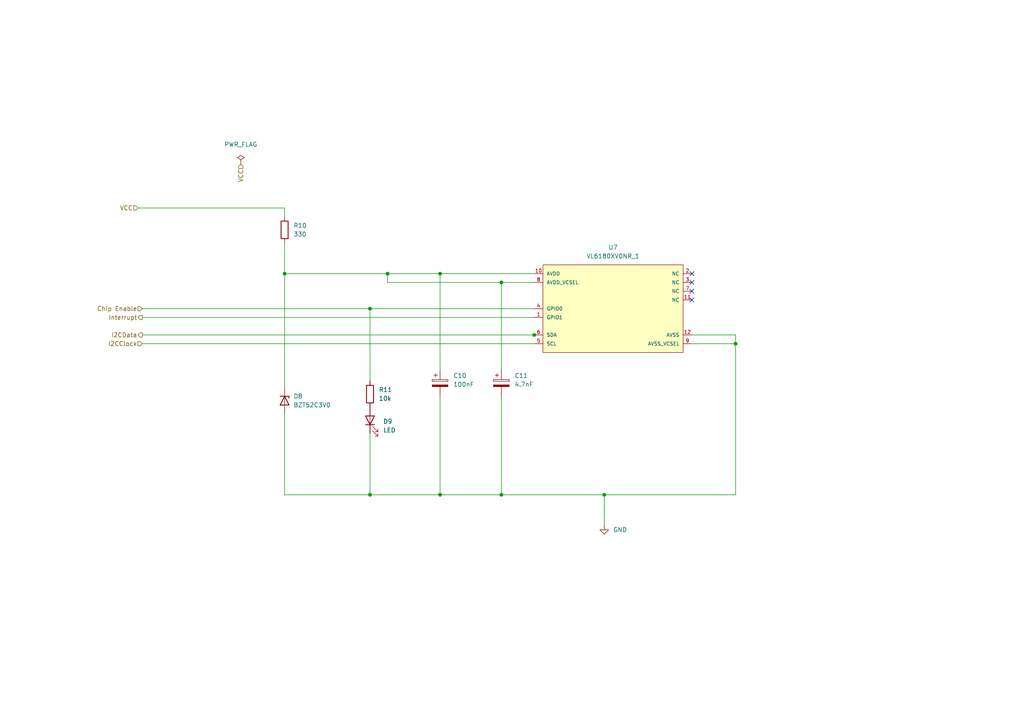
<source format=kicad_sch>
(kicad_sch (version 20211123) (generator eeschema)
  (paper "A4")
  (title_block (title "Proximity Sensor") (date "2022-03-09") (rev "v1.0") (company "University of Cape Town") (comment 4 "Author: Kelvin Yankey"))
  (lib_symbols
    (symbol "Device:C_Polarized" (pin_numbers hide) (pin_names (offset 0.254))
      (property "Reference" "C" (at 0.635 2.54 0))
      (property "Value" "C_Polarized" (at 0.635 -2.54 0))
      (symbol "C_Polarized_0_1"
        (rectangle (start -2.286 0.508) (end 2.286 1.016))
        (polyline (pts (xy -1.778 2.286) (xy -0.762 2.286)))
        (polyline (pts (xy -1.27 2.794) (xy -1.27 1.778)))
        (rectangle (start 2.286 -0.508) (end -2.286 -1.016) (fill (type outline)))
      )
      (symbol "C_Polarized_1_1"
        (pin passive line (at 0 3.81 270) (length 2.794) (name "~") (number "1"))
        (pin passive line (at 0 -3.81 90) (length 2.794) (name "~") (number "2"))
      )
    )
    (symbol "Device:LED" (pin_numbers hide) (pin_names (offset 1.016) hide)
      (property "Reference" "D" (at 0 2.54 0))
      (property "Value" "LED" (at 0 -2.54 0))
      (symbol "LED_0_1"
        (polyline (pts (xy -1.27 -1.27) (xy -1.27 1.27)) (stroke (width 0.254)))
        (polyline (pts (xy -1.27 0) (xy 1.27 0)))
        (polyline (pts (xy 1.27 -1.27) (xy 1.27 1.27) (xy -1.27 0) (xy 1.27 -1.27)) (stroke (width 0.254)))
        (polyline (pts (xy -3.048 -0.762) (xy -4.572 -2.286) (xy -3.81 -2.286) (xy -4.572 -2.286) (xy -4.572 -1.524)))
        (polyline (pts (xy -1.778 -0.762) (xy -3.302 -2.286) (xy -2.54 -2.286) (xy -3.302 -2.286) (xy -3.302 -1.524)))
      )
      (symbol "LED_1_1"
        (pin passive line (at -3.81 0 0) (length 2.54) (name "K") (number "1"))
        (pin passive line (at 3.81 0 180) (length 2.54) (name "A") (number "2"))
      )
    )
    (symbol "Device:R" (pin_numbers hide) (pin_names (offset 0))
      (property "Reference" "R" (at 2.032 0 90))
      (property "Value" "R" (at 0 0 90))
      (symbol "R_0_1"
        (rectangle (start -1.016 -2.54) (end 1.016 2.54) (stroke (width 0.254)))
      )
      (symbol "R_1_1"
        (pin passive line (at 0 3.81 270) (length 1.27) (name "~") (number "1"))
        (pin passive line (at 0 -3.81 90) (length 1.27) (name "~") (number "2"))
      )
    )
    (symbol "Diode:BZT52Bxx" (pin_numbers hide) (pin_names (offset 1.016) hide)
      (property "Reference" "D" (at 0 2.54 0))
      (property "Value" "BZT52Bxx" (at 0 -2.54 0))
      (symbol "BZT52Bxx_0_1"
        (polyline (pts (xy 1.27 0) (xy -1.27 0)))
        (polyline (pts (xy -1.27 -1.27) (xy -1.27 1.27) (xy -0.762 1.27)) (stroke (width 0.254)))
        (polyline (pts (xy 1.27 -1.27) (xy 1.27 1.27) (xy -1.27 0) (xy 1.27 -1.27)) (stroke (width 0.254)))
      )
      (symbol "BZT52Bxx_1_1"
        (pin passive line (at -3.81 0 0) (length 2.54) (name "K") (number "1"))
        (pin passive line (at 3.81 0 180) (length 2.54) (name "A") (number "2"))
      )
    )
    (symbol "Symbol_EEE3088F:VL6180XV0NR_1" (pin_names (offset 1.016))
      (property "Reference" "U" (at 0 5.08 0))
      (property "Value" "VL6180XV0NR_1" (at 0 7.62 0))
      (symbol "VL6180XV0NR_1_1_1"
        (rectangle (start 5.08 2.54) (end 45.72 -22.86) (fill (type background)))
        (pin bidirectional line (at 2.54 -12.7 0) (length 2.54) (name "GPIO1") (number "1"))
        (pin power_in line (at 2.54 0 0) (length 2.54) (name "AVDD") (number "10"))
        (pin passive line (at 48.26 -7.62 180) (length 2.54) (name "NC") (number "11"))
        (pin power_in line (at 48.26 -17.78 180) (length 2.54) (name "AVSS") (number "12"))
        (pin passive line (at 48.26 0 180) (length 2.54) (name "NC") (number "2"))
        (pin passive line (at 48.26 -2.54 180) (length 2.54) (name "NC") (number "3"))
        (pin bidirectional line (at 2.54 -10.16 0) (length 2.54) (name "GPIO0") (number "4"))
        (pin input line (at 2.54 -20.32 0) (length 2.54) (name "SCL") (number "5"))
        (pin bidirectional line (at 2.54 -17.78 0) (length 2.54) (name "SDA") (number "6"))
        (pin passive line (at 48.26 -5.08 180) (length 2.54) (name "NC") (number "7"))
        (pin power_in line (at 2.54 -2.54 0) (length 2.54) (name "AVDD_VCSEL") (number "8"))
        (pin power_in line (at 48.26 -20.32 180) (length 2.54) (name "AVSS_VCSEL") (number "9"))
      )
    )
    (symbol "power:GND" (power) (pin_names (offset 0))
      (property "Value" "GND" (at 0 -3.81 0))
      (symbol "GND_0_1"
        (polyline (pts (xy 0 0) (xy 0 -1.27) (xy 1.27 -1.27) (xy 0 -2.54) (xy -1.27 -1.27) (xy 0 -1.27)))
      )
      (symbol "GND_1_1"
        (pin power_in line (at 0 0 270) (length 0) hide (name "GND") (number "1"))
      )
    )
    (symbol "power:PWR_FLAG" (power) (pin_numbers hide) (pin_names (offset 0) hide)
      (property "Value" "PWR_FLAG" (at 0 3.81 0))
      (symbol "PWR_FLAG_0_0"
        (pin power_out line (at 0 0 90) (length 0) (name "pwr") (number "1"))
      )
      (symbol "PWR_FLAG_0_1"
        (polyline (pts (xy 0 0) (xy 0 1.27) (xy -1.016 1.905) (xy 0 2.54) (xy 1.016 1.905) (xy 0 1.27)))
      )
    )
  )
  (junction (at 145.415 81.915))
  (junction (at 213.36 99.695))
  (junction (at 175.26 143.51))
  (junction (at 107.315 89.535))
  (junction (at 107.315 143.51))
  (junction (at 82.55 79.375))
  (junction (at 154.94 97.155))
  (junction (at 145.415 143.51))
  (junction (at 127.635 143.51))
  (junction (at 127.635 79.375))
  (junction (at 112.395 79.375))
  (no_connect (at 200.66 84.455))
  (no_connect (at 200.66 79.375))
  (no_connect (at 200.66 81.915))
  (no_connect (at 200.66 86.995))
  (wire (pts (xy 107.315 89.535) (xy 107.315 110.49)))
  (wire (pts (xy 213.36 99.695) (xy 213.36 97.155)))
  (wire (pts (xy 145.415 114.935) (xy 145.415 143.51)))
  (wire (pts (xy 213.36 99.695) (xy 200.66 99.695)))
  (wire (pts (xy 145.415 81.915) (xy 154.94 81.915)))
  (wire (pts (xy 127.635 114.935) (xy 127.635 143.51)))
  (wire (pts (xy 82.55 79.375) (xy 112.395 79.375)))
  (wire (pts (xy 107.315 125.73) (xy 107.315 143.51)))
  (wire (pts (xy 154.94 97.155) (xy 41.275 97.155)))
  (wire (pts (xy 107.315 89.535) (xy 41.275 89.535)))
  (wire (pts (xy 175.26 152.4) (xy 175.26 143.51)))
  (wire (pts (xy 82.55 60.325) (xy 82.55 62.865)))
  (wire (pts (xy 145.415 81.915) (xy 145.415 107.315)))
  (wire (pts (xy 40.005 60.325) (xy 82.55 60.325)))
  (wire (pts (xy 82.55 143.51) (xy 107.315 143.51)))
  (wire (pts (xy 107.315 143.51) (xy 127.635 143.51)))
  (wire (pts (xy 82.55 79.375) (xy 82.55 70.485)))
  (wire (pts (xy 154.94 92.075) (xy 41.275 92.075)))
  (wire (pts (xy 112.395 79.375) (xy 127.635 79.375)))
  (wire (pts (xy 145.415 143.51) (xy 127.635 143.51)))
  (wire (pts (xy 175.26 143.51) (xy 145.415 143.51)))
  (wire (pts (xy 175.26 143.51) (xy 213.36 143.51)))
  (wire (pts (xy 82.55 79.375) (xy 82.55 112.395)))
  (wire (pts (xy 127.635 79.375) (xy 154.94 79.375)))
  (wire (pts (xy 41.275 99.695) (xy 154.94 99.695)))
  (wire (pts (xy 112.395 79.375) (xy 112.395 81.915)))
  (wire (pts (xy 213.36 143.51) (xy 213.36 99.695)))
  (wire (pts (xy 112.395 81.915) (xy 145.415 81.915)))
  (wire (pts (xy 154.94 89.535) (xy 107.315 89.535)))
  (wire (pts (xy 127.635 107.315) (xy 127.635 79.375)))
  (wire (pts (xy 82.55 143.51) (xy 82.55 120.015)))
  (wire (pts (xy 155.575 97.155) (xy 154.94 97.155)))
  (wire (pts (xy 213.36 97.155) (xy 200.66 97.155)))
  (hierarchical_label "Chip Enable" (shape input) (at 41.275 89.535 180))
  (hierarchical_label "I2CClock" (shape input) (at 41.275 99.695 180))
  (hierarchical_label "Interrupt" (shape output) (at 41.275 92.075 180))
  (hierarchical_label "VCC" (shape input) (at 69.85 47.625 270))
  (hierarchical_label "I2CData" (shape output) (at 41.275 97.155 180))
  (hierarchical_label "VCC" (shape input) (at 40.005 60.325 180))
  (symbol (lib_id "Device:C_Polarized") (at 145.415 111.125 0) (unit 1)
    (property "Reference" "C11" (at 149.225 108.9659 0) (effects (justify left)))
    (property "Value" "4.7nF" (at 149.225 111.5059 0) (effects (justify left)))
    (property "Footprint" "Capacitor_SMD:C_0402_1005Metric" (effects hide))
    (property "Datasheet" "https://datasheet.lcsc.com/lcsc/1811031110_FH-Guangdong-Fenghua-Advanced-Tech-0402B472K500NT_C1538.pdf" (effects hide))
    (property "JLCPart" " C1538" (effects hide))
    (property "JLC Part #" " C1538" (effects hide))
    (property "Price" "0.0011" (effects hide))
  )
  (symbol (lib_id "power:GND") (at 175.26 152.4 0) (unit 1)
    (property "Reference" "#PWR034" (effects hide))
    (property "Value" "GND" (at 177.8 153.6699 0) (effects (justify left)))
  )
  (symbol (lib_id "Device:LED") (at 107.315 121.92 90) (unit 1)
    (property "Reference" "D9" (at 111.125 122.2374 90) (effects (justify right)))
    (property "Value" "LED" (at 111.125 124.7774 90) (effects (justify right)))
    (property "Footprint" "LED_SMD:LED_0603_1608Metric" (effects hide))
    (property "JLCPart" "C2286" (effects hide))
    (property "JLC Part #" "C2286" (effects hide))
    (property "Price" "0.0032" (effects hide))
  )
  (symbol (lib_id "Diode:BZT52Bxx") (at 82.55 116.205 270) (unit 1)
    (property "Reference" "D8" (at 85.09 114.9349 90) (effects (justify left)))
    (property "Value" "BZT52C3V0" (at 85.09 117.4749 90) (effects (justify left)))
    (property "Footprint" "Diode_SMD:D_SOD-123" (effects hide))
    (property "Datasheet" "https://diotec.com/tl_files/diotec/files/pdf/datasheets/bzt52b2v4.pdf" (effects hide))
    (property "JLCPartNumber" " C266562" (effects hide))
    (property "JLC Part #" " C266562" (effects hide))
    (property "Price" "0.0136" (effects hide))
  )
  (symbol (lib_id "Device:R") (at 107.315 114.3 0) (unit 1)
    (property "Reference" "R11" (at 109.855 113.0299 0) (effects (justify left)))
    (property "Value" "10k" (at 109.855 115.5699 0) (effects (justify left)))
    (property "Footprint" "Resistor_SMD:R_0402_1005Metric" (effects hide))
    (property "Datasheet" "https://datasheet.lcsc.com/lcsc/2110260030_UNI-ROYAL-Uniroyal-Elec-0402WGF1002TCE_C25744.pdf" (effects hide))
    (property "JLCPart" " C25744 " (effects hide))
    (property "Description" "±1% 1/16W Thick Film Resistors 50V ±100ppm/℃ -55℃~+155℃ 10kΩ 0402 Chip Resistor - Surface Mount ROHS" (effects hide))
    (property "JLC Part #" "C25744" (effects hide))
    (property "Price" "0.0007" (effects hide))
  )
  (symbol (lib_id "Device:R") (at 82.55 66.675 0) (unit 1)
    (property "Reference" "R10" (at 85.09 65.4049 0) (effects (justify left)))
    (property "Value" "330" (at 85.09 67.9449 0) (effects (justify left)))
    (property "Footprint" "Resistor_SMD:R_0402_1005Metric" (effects hide))
    (property "Datasheet" "https://datasheet.lcsc.com/lcsc/2110252230_UNI-ROYAL-Uniroyal-Elec-0402WGF3300TCE_C25104.pdf" (effects hide))
    (property "JLCPart" " C25104" (effects hide))
    (property "JLC Part #" " C25104" (effects hide))
    (property "Price" "0.0007" (effects hide))
  )
  (symbol (lib_id "Symbol_EEE3088F:VL6180XV0NR_1") (at 152.4 79.375 0) (unit 1)
    (property "Reference" "U7" (at 177.8 71.755 0))
    (property "Value" "VL6180XV0NR_1" (at 177.8 74.295 0))
    (property "Footprint" "Footprint_EEE3088F:LGA-12_L4.8-W2.8-P0.75-BL" (effects hide))
    (property "Datasheet" "https://www.st.com/resource/en/datasheet/vl6180x.pdf" (effects hide))
    (property "automotive" "No" (effects hide))
    (property "category" "IC" (effects hide))
    (property "device class L1" "Sensors" (effects hide))
    (property "device class L2" "Proximity Sensors" (effects hide))
    (property "device class L3" "unset" (effects hide))
    (property "digikey description" "SENSOR OPT AMBIENT 12SMD" (effects hide))
    (property "digikey part number" "497-14702-1-ND" (effects hide))
    (property "frequency" "400kHz" (effects hide))
    (property "height" "1.1mm" (effects hide))
    (property "lead free" "Yes" (effects hide))
    (property "library id" "974cf57bfc173836" (effects hide))
    (property "manufacturer" "STMicroelectronics" (effects hide))
    (property "max supply voltage" "3V" (effects hide))
    (property "min supply voltage" "2.6V" (effects hide))
    (property "mouser part number" "511-VL6180XV0NR/1" (effects hide))
    (property "operating supply current" "1.7mA" (effects hide))
    (property "package" "LGA12" (effects hide))
    (property "rohs" "Yes" (effects hide))
    (property "sensing distance" "0-100mm" (effects hide))
    (property "sensing method" "Optical" (effects hide))
    (property "sensor output" "I2C" (effects hide))
    (property "temperature range high" "+70°C" (effects hide))
    (property "temperature range low" "-20°C" (effects hide))
    (property "JLCPart" " C2655167" (effects hide))
    (property "JLC Part #" " C2655167" (effects hide))
    (property "Price" "1.9575" (effects hide))
  )
  (symbol (lib_id "power:PWR_FLAG") (at 69.85 47.625 0) (unit 1)
    (property "Reference" "#FLG04" (effects hide))
    (property "Value" "PWR_FLAG" (at 69.85 41.91 0))
  )
  (symbol (lib_id "Device:C_Polarized") (at 127.635 111.125 0) (unit 1)
    (property "Reference" "C10" (at 131.445 108.9659 0) (effects (justify left)))
    (property "Value" "100nF" (at 131.445 111.5059 0) (effects (justify left)))
    (property "Footprint" "Capacitor_SMD:C_0402_1005Metric" (effects hide))
    (property "Datasheet" "https://datasheet.lcsc.com/lcsc/1810191222_Samsung-Electro-Mechanics-CL05B104KB54PNC_C307331.pdf" (effects hide))
    (property "JLCPart" " C307331" (effects hide))
    (property "JLC Part #" " C307331" (effects hide))
    (property "Price" "0.0065" (effects hide))
  )
)
</source>
